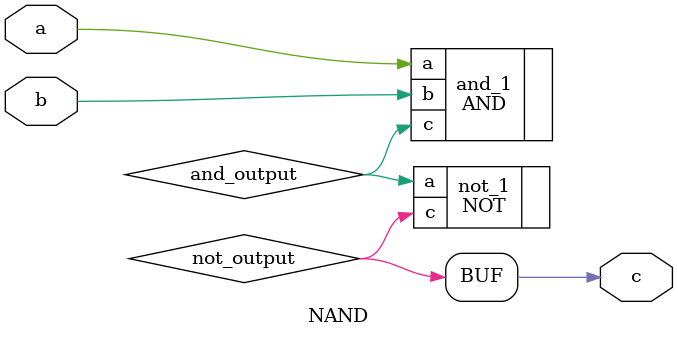
<source format=v>
`include "AND.v"
`include "NOT.v"

module NAND(
	input wire a,
	input wire b,
	output wire c
);

wire and_output;
wire not_output;

AND and_1(
	.a(a),
	.b(b),
	.c(and_output)
);

NOT not_1(
	.a(and_output),
	.c(not_output)
);

assign c = not_output;

endmodule

</source>
